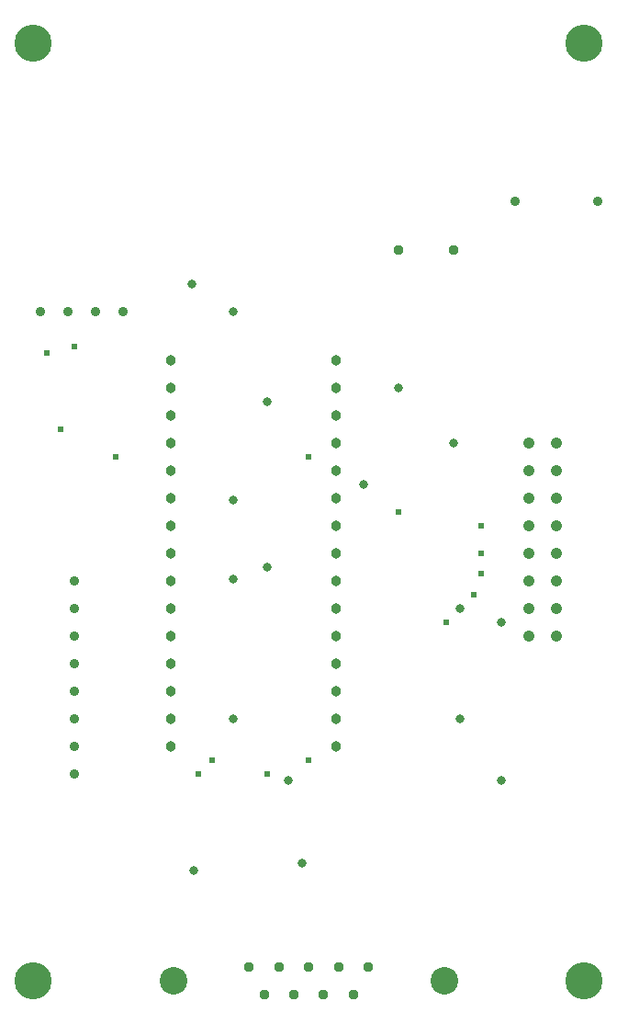
<source format=gbr>
G04 Easy-PC Gerber Version 25.0 Build 5877*
G04 #@! TF.Part,Single*
G04 #@! TF.FilePolarity,Positive*
%FSLAX35Y35*%
%MOIN*%
G04 #@! TA.AperFunction,ViaDrill*
%ADD15C,0.02400*%
%ADD16C,0.03200*%
G04 #@! TA.AperFunction,MechanicalDrill*
%ADD144C,0.03500*%
G04 #@! TA.AperFunction,ComponentDrill*
%ADD146C,0.03700*%
%ADD145C,0.03740*%
%ADD17C,0.03800*%
%ADD97C,0.04213*%
%ADD147C,0.10000*%
G04 #@! TA.AperFunction,MechanicalDrill*
%ADD114C,0.13500*%
G04 #@! TD.AperFunction*
X0Y0D02*
D02*
D15*
X30250Y282750D03*
X35250Y255250D03*
X40250Y285250D03*
X55250Y245250D03*
X85250Y130250D03*
X90250Y135250D03*
X110250Y130250D03*
X125250Y135250D03*
Y245250D03*
X157750Y225250D03*
X175250Y185250D03*
X185250Y195250D03*
X187750Y202750D03*
Y210250D03*
Y220250D03*
D02*
D16*
X82750Y307750D03*
X83550Y95250D03*
X97750Y150250D03*
Y200850D03*
Y229650D03*
Y297750D03*
X110171Y205250D03*
X110211Y265211D03*
X117750Y127750D03*
X122750Y97750D03*
X145250Y235250D03*
X157750Y270250D03*
X177750Y250250D03*
X180250Y150250D03*
Y190250D03*
X195250Y127750D03*
Y185250D03*
D02*
D17*
X75250Y140250D03*
Y150250D03*
Y160250D03*
Y170250D03*
Y180250D03*
Y190250D03*
Y200250D03*
Y210250D03*
Y220250D03*
Y230250D03*
Y240250D03*
Y250250D03*
Y260250D03*
Y270250D03*
Y280250D03*
X135250Y140250D03*
Y150250D03*
Y160250D03*
Y170250D03*
Y180250D03*
Y190250D03*
Y200250D03*
Y210250D03*
Y220250D03*
Y230250D03*
Y240250D03*
Y250250D03*
Y260250D03*
Y270250D03*
Y280250D03*
D02*
D97*
X205250Y180250D03*
Y190250D03*
Y200250D03*
Y210250D03*
Y220250D03*
Y230250D03*
Y240250D03*
Y250250D03*
X215250Y180250D03*
Y190250D03*
Y200250D03*
Y210250D03*
Y220250D03*
Y230250D03*
Y240250D03*
Y250250D03*
D02*
D114*
X25250Y55250D03*
Y395250D03*
X225250Y55250D03*
Y395250D03*
D02*
D144*
X27750Y297750D03*
X37750D03*
X40250Y130250D03*
Y140250D03*
Y150250D03*
Y160250D03*
Y170250D03*
Y180250D03*
Y190250D03*
Y200250D03*
X47750Y297750D03*
X57750D03*
X200250Y337750D03*
X230250D03*
D02*
D145*
X157750Y320250D03*
X177750D03*
D02*
D146*
X103650Y60250D03*
X109050Y50250D03*
X114450Y60250D03*
X119850Y50250D03*
X125250Y60250D03*
X130650Y50250D03*
X136050Y60250D03*
X141450Y50250D03*
X146850Y60250D03*
D02*
D147*
X76050Y55250D03*
X174450D03*
X0Y0D02*
M02*

</source>
